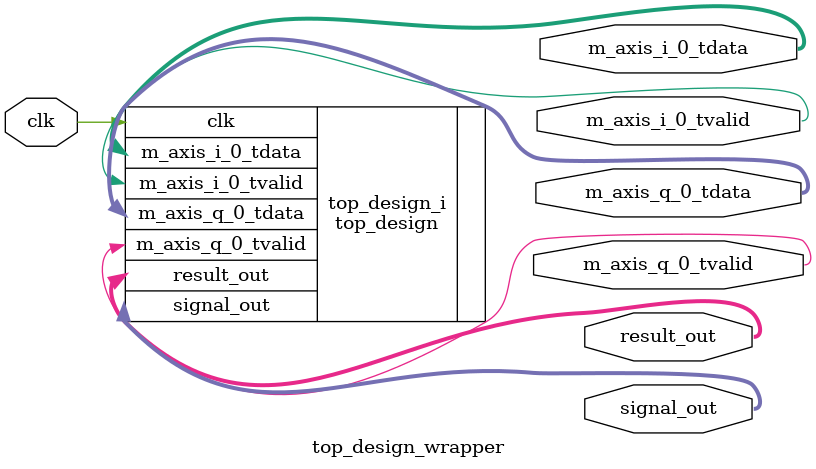
<source format=v>
`timescale 1 ps / 1 ps

module top_design_wrapper
   (clk,
    m_axis_i_0_tdata,
    m_axis_i_0_tvalid,
    m_axis_q_0_tdata,
    m_axis_q_0_tvalid,
    result_out,
    signal_out);
  input clk;
  output [7:0]m_axis_i_0_tdata;
  output m_axis_i_0_tvalid;
  output [7:0]m_axis_q_0_tdata;
  output m_axis_q_0_tvalid;
  output [15:0]result_out;
  output [15:0]signal_out;

  wire clk;
  wire [7:0]m_axis_i_0_tdata;
  wire m_axis_i_0_tvalid;
  wire [7:0]m_axis_q_0_tdata;
  wire m_axis_q_0_tvalid;
  wire [15:0]result_out;
  wire [15:0]signal_out;

  top_design top_design_i
       (.clk(clk),
        .m_axis_i_0_tdata(m_axis_i_0_tdata),
        .m_axis_i_0_tvalid(m_axis_i_0_tvalid),
        .m_axis_q_0_tdata(m_axis_q_0_tdata),
        .m_axis_q_0_tvalid(m_axis_q_0_tvalid),
        .result_out(result_out),
        .signal_out(signal_out));
endmodule

</source>
